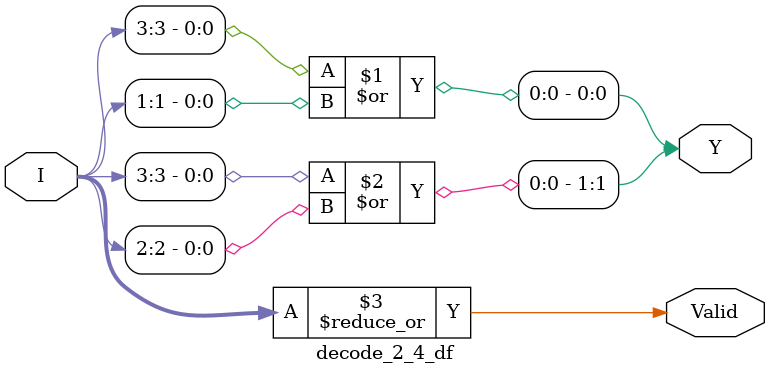
<source format=v>
/***********************************************************
File Name:	encode_4_2_df.v
Author: 	Kevan Thompson
Date:		March 20, 2024
Description: A 4x2 encoder

It implements the following

 I  |Y  Valid
0001|00 1
0010|01 1
0100|10 1
1000|11 1

All other I values Y=00 Valid = 0 

***********************************************************/

module decode_2_4_df(
    input [3:0] I,
    output [1:0] Y,
    output Valid
);    
    
assign Y = {I[3]|I[2],I[3]|I[1]};

assign Valid = |I;

endmodule
</source>
